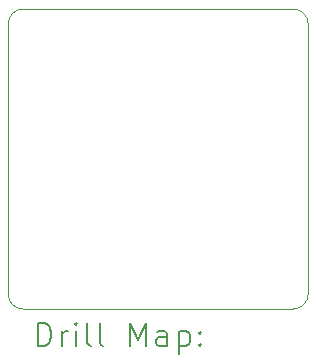
<source format=gbr>
%TF.GenerationSoftware,KiCad,Pcbnew,(6.0.7-1)-1*%
%TF.CreationDate,2022-08-10T01:19:31+02:00*%
%TF.ProjectId,led_bar,6c65645f-6261-4722-9e6b-696361645f70,rev?*%
%TF.SameCoordinates,Original*%
%TF.FileFunction,Drillmap*%
%TF.FilePolarity,Positive*%
%FSLAX45Y45*%
G04 Gerber Fmt 4.5, Leading zero omitted, Abs format (unit mm)*
G04 Created by KiCad (PCBNEW (6.0.7-1)-1) date 2022-08-10 01:19:31*
%MOMM*%
%LPD*%
G01*
G04 APERTURE LIST*
%ADD10C,0.100000*%
%ADD11C,0.200000*%
G04 APERTURE END LIST*
D10*
X13843000Y-14732000D02*
X13843000Y-12446000D01*
X13843000Y-14732000D02*
G75*
G03*
X13970000Y-14859000I127000J0D01*
G01*
X16383000Y-12446000D02*
G75*
G03*
X16256000Y-12319000I-127000J0D01*
G01*
X16256000Y-14859000D02*
X13970000Y-14859000D01*
X13970000Y-12319000D02*
X16256000Y-12319000D01*
X16383000Y-12446000D02*
X16383000Y-14732000D01*
X13970000Y-12319000D02*
G75*
G03*
X13843000Y-12446000I0J-127000D01*
G01*
X16256000Y-14859000D02*
G75*
G03*
X16383000Y-14732000I0J127000D01*
G01*
D11*
X14095619Y-15174476D02*
X14095619Y-14974476D01*
X14143238Y-14974476D01*
X14171809Y-14984000D01*
X14190857Y-15003048D01*
X14200381Y-15022095D01*
X14209905Y-15060190D01*
X14209905Y-15088762D01*
X14200381Y-15126857D01*
X14190857Y-15145905D01*
X14171809Y-15164952D01*
X14143238Y-15174476D01*
X14095619Y-15174476D01*
X14295619Y-15174476D02*
X14295619Y-15041143D01*
X14295619Y-15079238D02*
X14305143Y-15060190D01*
X14314667Y-15050667D01*
X14333714Y-15041143D01*
X14352762Y-15041143D01*
X14419428Y-15174476D02*
X14419428Y-15041143D01*
X14419428Y-14974476D02*
X14409905Y-14984000D01*
X14419428Y-14993524D01*
X14428952Y-14984000D01*
X14419428Y-14974476D01*
X14419428Y-14993524D01*
X14543238Y-15174476D02*
X14524190Y-15164952D01*
X14514667Y-15145905D01*
X14514667Y-14974476D01*
X14648000Y-15174476D02*
X14628952Y-15164952D01*
X14619428Y-15145905D01*
X14619428Y-14974476D01*
X14876571Y-15174476D02*
X14876571Y-14974476D01*
X14943238Y-15117333D01*
X15009905Y-14974476D01*
X15009905Y-15174476D01*
X15190857Y-15174476D02*
X15190857Y-15069714D01*
X15181333Y-15050667D01*
X15162286Y-15041143D01*
X15124190Y-15041143D01*
X15105143Y-15050667D01*
X15190857Y-15164952D02*
X15171809Y-15174476D01*
X15124190Y-15174476D01*
X15105143Y-15164952D01*
X15095619Y-15145905D01*
X15095619Y-15126857D01*
X15105143Y-15107809D01*
X15124190Y-15098286D01*
X15171809Y-15098286D01*
X15190857Y-15088762D01*
X15286095Y-15041143D02*
X15286095Y-15241143D01*
X15286095Y-15050667D02*
X15305143Y-15041143D01*
X15343238Y-15041143D01*
X15362286Y-15050667D01*
X15371809Y-15060190D01*
X15381333Y-15079238D01*
X15381333Y-15136381D01*
X15371809Y-15155428D01*
X15362286Y-15164952D01*
X15343238Y-15174476D01*
X15305143Y-15174476D01*
X15286095Y-15164952D01*
X15467048Y-15155428D02*
X15476571Y-15164952D01*
X15467048Y-15174476D01*
X15457524Y-15164952D01*
X15467048Y-15155428D01*
X15467048Y-15174476D01*
X15467048Y-15050667D02*
X15476571Y-15060190D01*
X15467048Y-15069714D01*
X15457524Y-15060190D01*
X15467048Y-15050667D01*
X15467048Y-15069714D01*
M02*

</source>
